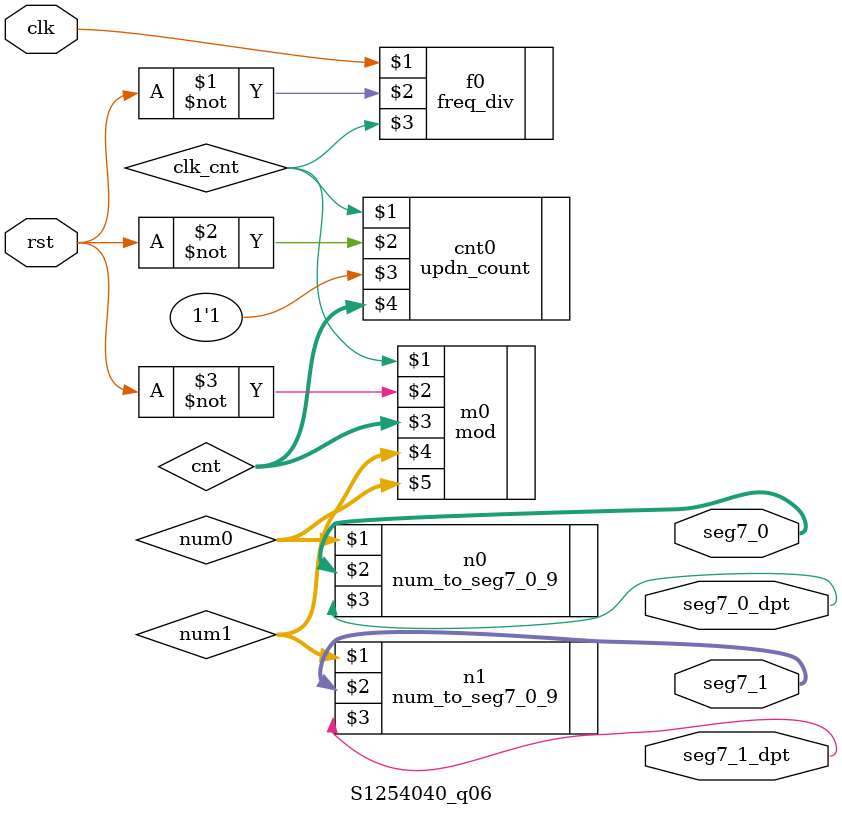
<source format=v>
module S1254040_q06 (clk, rst, 
    seg7_1, seg7_1_dpt, seg7_0, seg7_0_dpt);

    input clk, rst;
    output [6:0] seg7_0, seg7_1;
    output seg7_0_dpt, seg7_1_dpt;

    wire clk_cnt;
    freq_div #(24) f0(clk, ~rst, clk_cnt);

    wire [4:0] cnt;
    updn_count #(20) cnt0(clk_cnt, ~rst, 1'b1, cnt);

    wire [3:0] num1, num0;
    mod m0(clk_cnt, ~rst, cnt, num1, num0);
    
    num_to_seg7_0_9 n1(num1, seg7_1, seg7_1_dpt);
    num_to_seg7_0_9 n0(num0, seg7_0, seg7_0_dpt);
endmodule
</source>
